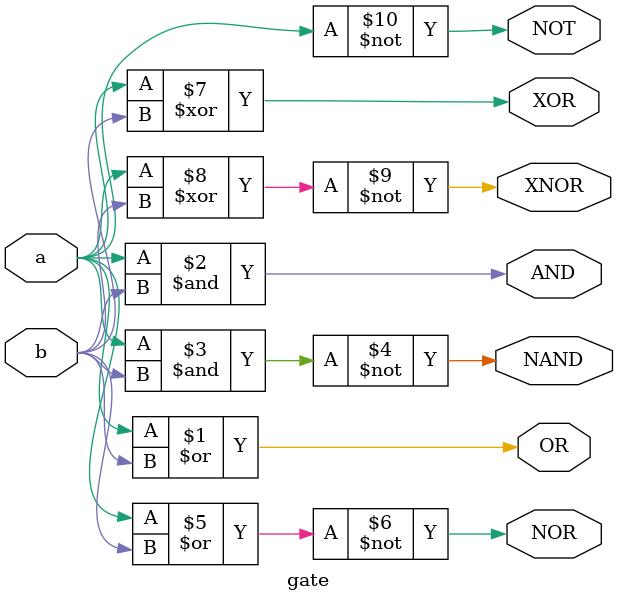
<source format=v>
module gate(input a,b,output OR,AND,NAND,NOR,NOT,XOR,XNOR);
or(OR,a,b);
and(AND,a,b);
nand(NAND,a,b);
nor(NOR,a,b);
not(NOT,a);
xor(XOR,a,b);
xnor(XNOR,a,b);
endmodule

</source>
